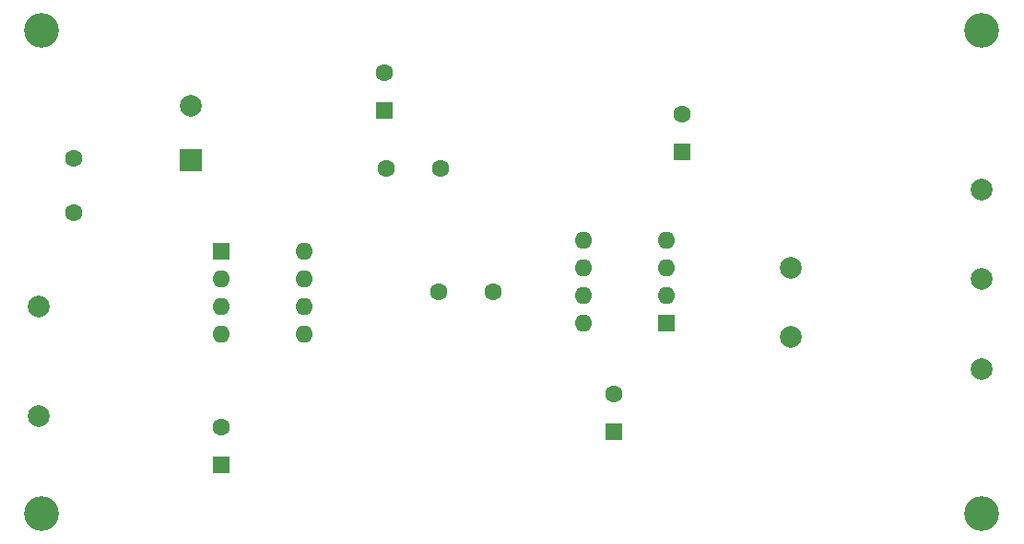
<source format=gbr>
G04 #@! TF.GenerationSoftware,KiCad,Pcbnew,(5.1.9-0-10_14)*
G04 #@! TF.CreationDate,2021-03-07T14:06:43+01:00*
G04 #@! TF.ProjectId,lt1115-phono-mm-mc,6c743131-3135-42d7-9068-6f6e6f2d6d6d,rev?*
G04 #@! TF.SameCoordinates,Original*
G04 #@! TF.FileFunction,Soldermask,Bot*
G04 #@! TF.FilePolarity,Negative*
%FSLAX46Y46*%
G04 Gerber Fmt 4.6, Leading zero omitted, Abs format (unit mm)*
G04 Created by KiCad (PCBNEW (5.1.9-0-10_14)) date 2021-03-07 14:06:43*
%MOMM*%
%LPD*%
G01*
G04 APERTURE LIST*
%ADD10O,1.600000X1.600000*%
%ADD11R,1.600000X1.600000*%
%ADD12C,3.200000*%
%ADD13C,2.000000*%
%ADD14C,1.600000*%
%ADD15R,2.000000X2.000000*%
G04 APERTURE END LIST*
D10*
X134874000Y-120904000D03*
X142494000Y-113284000D03*
X134874000Y-118364000D03*
X142494000Y-115824000D03*
X134874000Y-115824000D03*
X142494000Y-118364000D03*
X134874000Y-113284000D03*
D11*
X142494000Y-120904000D03*
D12*
X171450000Y-138430000D03*
X85090000Y-138430000D03*
X171450000Y-93980000D03*
X85090000Y-93980000D03*
D10*
X109220000Y-114300000D03*
X101600000Y-121920000D03*
X109220000Y-116840000D03*
X101600000Y-119380000D03*
X109220000Y-119380000D03*
X101600000Y-116840000D03*
X109220000Y-121920000D03*
D11*
X101600000Y-114300000D03*
D13*
X153924000Y-122174000D03*
X153924000Y-115824000D03*
X171450000Y-125095000D03*
X171450000Y-116840000D03*
X171450000Y-108585000D03*
X84836000Y-129413000D03*
X84836000Y-119380000D03*
D14*
X121539000Y-117983000D03*
X126539000Y-117983000D03*
X121713000Y-106680000D03*
X116713000Y-106680000D03*
X137668000Y-127381000D03*
D11*
X137668000Y-130881000D03*
D14*
X143891000Y-101656000D03*
D11*
X143891000Y-105156000D03*
D14*
X101600000Y-130429000D03*
D11*
X101600000Y-133929000D03*
D14*
X116586000Y-97846000D03*
D11*
X116586000Y-101346000D03*
D13*
X98806000Y-100918000D03*
D15*
X98806000Y-105918000D03*
D14*
X88011000Y-110744000D03*
X88011000Y-105744000D03*
M02*

</source>
